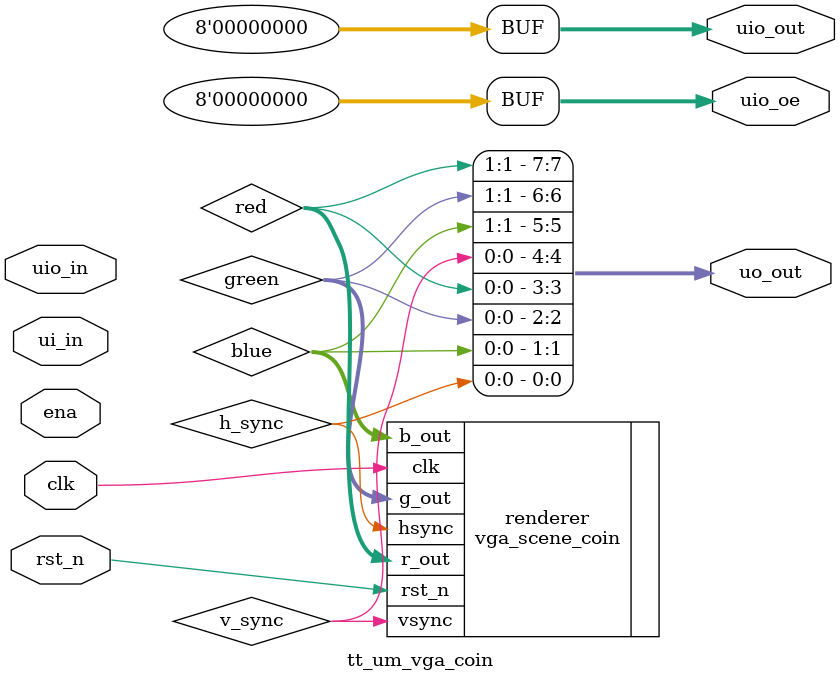
<source format=v>
`default_nettype none


module tt_um_vga_coin (
    input  wire [7:0] ui_in,    // Dedicated inputs
    output wire [7:0] uo_out,   // Dedicated outputs
    input  wire [7:0] uio_in,   // IOs: Input path
    output wire [7:0] uio_out,  // IOs: Output path
    output wire [7:0] uio_oe,   // IOs: Enable path (active high: 0=input, 1=output)
    input  wire       ena,      // Always 1 when the design is powered
    input  wire       clk,      // Clock (used directly as pixel clock)
    input  wire       rst_n     // Reset (active low)
);

    // VGA output signals
    wire h_sync;
    wire v_sync;
    wire [1:0] red;
    wire [1:0] green;
    wire [1:0] blue;

    // Coin scene renderer with VGA timing
    vga_scene_coin renderer (
        .clk(clk),
        .rst_n(rst_n),
        .vsync(v_sync),
        .hsync(h_sync),
        .r_out(red),
        .g_out(green),
        .b_out(blue)
    );

    // TinyVGA PMOD signal mapping:
    // Bit 0: HSYNC
    // Bit 1: B[0]
    // Bit 2: G[0]
    // Bit 3: R[0]
    // Bit 4: VSYNC
    // Bit 5: B[1]
    // Bit 6: G[1]
    // Bit 7: R[1]
    assign uo_out = {red[1], green[1], blue[1], v_sync, red[0], green[0], blue[0], h_sync};

    // Bidirectional pins unused (configured as inputs)
    assign uio_out = 8'b0;
    assign uio_oe  = 8'b0;

    // Unused input warning suppression
    wire _unused = &{ena, ui_in, uio_in};

endmodule

`default_nettype wire

</source>
